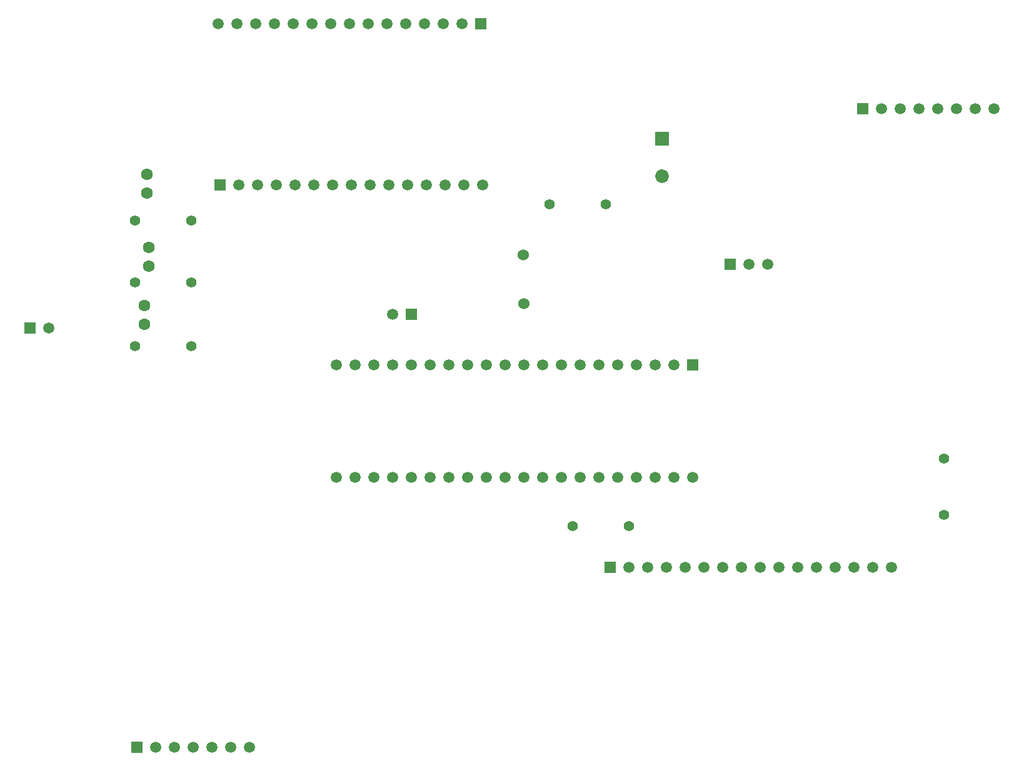
<source format=gtl>
G04 Layer_Physical_Order=1*
G04 Layer_Color=255*
%FSLAX25Y25*%
%MOIN*%
G70*
G01*
G75*
%ADD10C,0.06299*%
%ADD11R,0.05905X0.05905*%
%ADD12C,0.05905*%
%ADD13C,0.05512*%
%ADD14R,0.05905X0.05905*%
%ADD15R,0.07283X0.07283*%
%ADD16C,0.07283*%
%ADD17C,0.06000*%
D10*
X287000Y650500D02*
D03*
Y640500D02*
D03*
X288000Y611500D02*
D03*
Y601500D02*
D03*
X285500Y580500D02*
D03*
Y570500D02*
D03*
D11*
X598000Y602500D02*
D03*
X534000Y441000D02*
D03*
X281500Y345000D02*
D03*
X668500Y685500D02*
D03*
X326000Y645000D02*
D03*
X465000Y731000D02*
D03*
X428000Y576000D02*
D03*
X224500Y568500D02*
D03*
D12*
X608000Y602500D02*
D03*
X618000D02*
D03*
X544000Y441000D02*
D03*
X554000D02*
D03*
X564000D02*
D03*
X574000D02*
D03*
X584000D02*
D03*
X594000D02*
D03*
X604000D02*
D03*
X614000D02*
D03*
X624000D02*
D03*
X634000D02*
D03*
X644000D02*
D03*
X654000D02*
D03*
X664000D02*
D03*
X674000D02*
D03*
X684000D02*
D03*
X341500Y345000D02*
D03*
X331500D02*
D03*
X321500D02*
D03*
X311500D02*
D03*
X291500D02*
D03*
X301500D02*
D03*
X568000Y549000D02*
D03*
X558000D02*
D03*
X548000D02*
D03*
X538000D02*
D03*
X528000D02*
D03*
X518000D02*
D03*
X508000D02*
D03*
X498000D02*
D03*
X488000D02*
D03*
X478000D02*
D03*
X468000D02*
D03*
X458000D02*
D03*
X448000D02*
D03*
X438000D02*
D03*
X428000D02*
D03*
X418000D02*
D03*
X408000D02*
D03*
X398000D02*
D03*
X388000D02*
D03*
X578000Y489000D02*
D03*
X568000D02*
D03*
X558000D02*
D03*
X548000D02*
D03*
X538000D02*
D03*
X528000D02*
D03*
X518000D02*
D03*
X508000D02*
D03*
X498000D02*
D03*
X488000D02*
D03*
X478000D02*
D03*
X468000D02*
D03*
X458000D02*
D03*
X448000D02*
D03*
X438000D02*
D03*
X428000D02*
D03*
X418000D02*
D03*
X408000D02*
D03*
X398000D02*
D03*
X388000D02*
D03*
X678500Y685500D02*
D03*
X688500D02*
D03*
X698500D02*
D03*
X708500D02*
D03*
X718500D02*
D03*
X728500D02*
D03*
X738500D02*
D03*
X466000Y645000D02*
D03*
X456000D02*
D03*
X446000D02*
D03*
X436000D02*
D03*
X426000D02*
D03*
X416000D02*
D03*
X406000D02*
D03*
X396000D02*
D03*
X386000D02*
D03*
X376000D02*
D03*
X366000D02*
D03*
X356000D02*
D03*
X346000D02*
D03*
X336000D02*
D03*
X325000Y731000D02*
D03*
X335000D02*
D03*
X345000D02*
D03*
X355000D02*
D03*
X365000D02*
D03*
X375000D02*
D03*
X385000D02*
D03*
X395000D02*
D03*
X405000D02*
D03*
X415000D02*
D03*
X425000D02*
D03*
X435000D02*
D03*
X445000D02*
D03*
X455000D02*
D03*
X418000Y576000D02*
D03*
X234500Y568500D02*
D03*
D13*
X310500Y626000D02*
D03*
X280500D02*
D03*
X544000Y463000D02*
D03*
X514000D02*
D03*
X310500Y593000D02*
D03*
X280500D02*
D03*
X712000Y499000D02*
D03*
Y469000D02*
D03*
X310500Y559000D02*
D03*
X280500D02*
D03*
X501500Y634500D02*
D03*
X531500D02*
D03*
D14*
X578000Y549000D02*
D03*
D15*
X561500Y669500D02*
D03*
D16*
Y649500D02*
D03*
D17*
X487500Y607500D02*
D03*
X488000Y581500D02*
D03*
M02*

</source>
